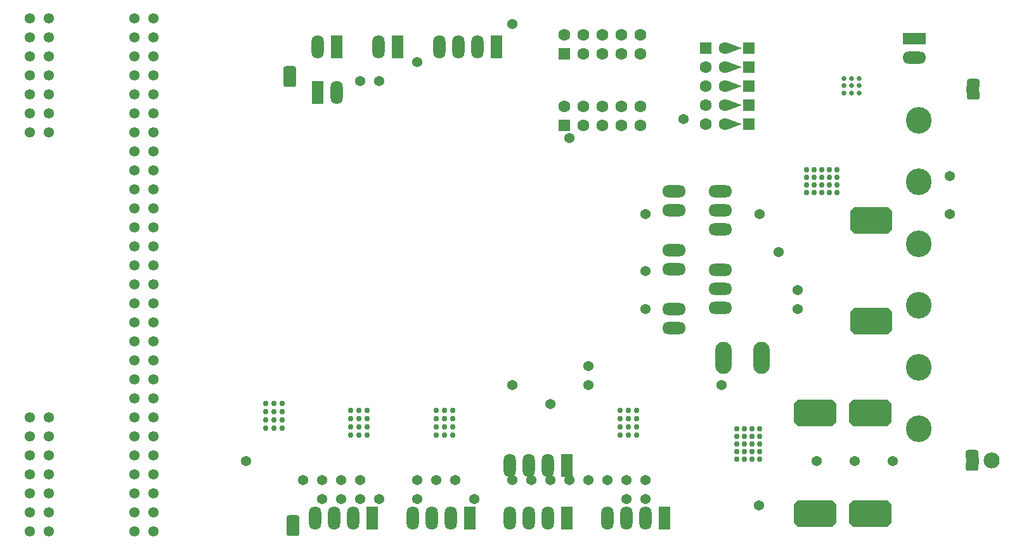
<source format=gbs>
G04 Layer_Color=16711935*
%FSLAX25Y25*%
%MOIN*%
G70*
G01*
G75*
%ADD101C,0.03000*%
%ADD106C,0.08400*%
%ADD182C,0.06305*%
G04:AMPARAMS|DCode=219|XSize=54mil|YSize=54mil|CornerRadius=27mil|HoleSize=0mil|Usage=FLASHONLY|Rotation=270.000|XOffset=0mil|YOffset=0mil|HoleType=Round|Shape=RoundedRectangle|*
%AMROUNDEDRECTD219*
21,1,0.05400,0.00000,0,0,270.0*
21,1,0.00000,0.05400,0,0,270.0*
1,1,0.05400,0.00000,0.00000*
1,1,0.05400,0.00000,0.00000*
1,1,0.05400,0.00000,0.00000*
1,1,0.05400,0.00000,0.00000*
%
%ADD219ROUNDEDRECTD219*%
%ADD224C,0.05439*%
%ADD225O,0.13400X0.14000*%
%ADD226R,0.06305X0.06305*%
%ADD227C,0.06305*%
%ADD228O,0.06400X0.12400*%
%ADD229R,0.06400X0.12400*%
%ADD230R,0.06305X0.06305*%
%ADD231O,0.12400X0.06400*%
%ADD232O,0.08650X0.16900*%
G04:AMPARAMS|DCode=233|XSize=137mil|YSize=87mil|CornerRadius=0mil|HoleSize=0mil|Usage=FLASHONLY|Rotation=270.000|XOffset=0mil|YOffset=0mil|HoleType=Round|Shape=Octagon|*
%AMOCTAGOND233*
4,1,8,-0.02175,-0.06850,0.02175,-0.06850,0.04350,-0.04675,0.04350,0.04675,0.02175,0.06850,-0.02175,0.06850,-0.04350,0.04675,-0.04350,-0.04675,-0.02175,-0.06850,0.0*
%
%ADD233OCTAGOND233*%

%ADD234R,0.12400X0.06400*%
%ADD235C,0.02600*%
%ADD236R,0.07045X0.03543*%
%ADD237R,0.06305X0.06305*%
G04:AMPARAMS|DCode=238|XSize=54mil|YSize=54mil|CornerRadius=27mil|HoleSize=0mil|Usage=FLASHONLY|Rotation=0.000|XOffset=0mil|YOffset=0mil|HoleType=Round|Shape=RoundedRectangle|*
%AMROUNDEDRECTD238*
21,1,0.05400,0.00000,0,0,0.0*
21,1,0.00000,0.05400,0,0,0.0*
1,1,0.05400,0.00000,0.00000*
1,1,0.05400,0.00000,0.00000*
1,1,0.05400,0.00000,0.00000*
1,1,0.05400,0.00000,0.00000*
%
%ADD238ROUNDEDRECTD238*%
G04:AMPARAMS|DCode=239|XSize=50mil|YSize=67mil|CornerRadius=13.5mil|HoleSize=0mil|Usage=FLASHONLY|Rotation=90.000|XOffset=0mil|YOffset=0mil|HoleType=Round|Shape=RoundedRectangle|*
%AMROUNDEDRECTD239*
21,1,0.05000,0.04000,0,0,90.0*
21,1,0.02300,0.06700,0,0,90.0*
1,1,0.02700,0.02000,0.01150*
1,1,0.02700,0.02000,-0.01150*
1,1,0.02700,-0.02000,-0.01150*
1,1,0.02700,-0.02000,0.01150*
%
%ADD239ROUNDEDRECTD239*%
G36*
X452578Y60200D02*
X443478D01*
Y74100D01*
X452578D01*
Y60200D01*
D02*
G37*
G36*
X482083Y108461D02*
X472983D01*
Y122361D01*
X482083D01*
Y108461D01*
D02*
G37*
G36*
X481583Y60161D02*
X472483D01*
Y74061D01*
X481583D01*
Y60161D01*
D02*
G37*
G36*
Y7161D02*
X472483D01*
Y21061D01*
X481583D01*
Y7161D01*
D02*
G37*
G36*
X452578Y7200D02*
X443478D01*
Y21100D01*
X452578D01*
Y7200D01*
D02*
G37*
G36*
X482083Y161461D02*
X472983D01*
Y175361D01*
X482083D01*
Y161461D01*
D02*
G37*
G36*
X409446Y249171D02*
X401546Y246171D01*
X402746Y247371D01*
Y250971D01*
X401546Y252171D01*
X409446Y249171D01*
D02*
G37*
G36*
Y259171D02*
X401546Y256171D01*
X402746Y257371D01*
Y260971D01*
X401546Y262171D01*
X409446Y259171D01*
D02*
G37*
G36*
Y239171D02*
X401546Y236171D01*
X402746Y237371D01*
Y240971D01*
X401546Y242171D01*
X409446Y239171D01*
D02*
G37*
G36*
Y219171D02*
X401546Y216171D01*
X402746Y217371D01*
Y220971D01*
X401546Y222171D01*
X409446Y219171D01*
D02*
G37*
G36*
Y229171D02*
X401546Y226171D01*
X402746Y227371D01*
Y230971D01*
X401546Y232171D01*
X409446Y229171D01*
D02*
G37*
G54D101*
X455491Y182877D02*
D03*
X459491D02*
D03*
Y186877D02*
D03*
X455491D02*
D03*
Y190877D02*
D03*
X459491D02*
D03*
Y194877D02*
D03*
X455491D02*
D03*
X447491D02*
D03*
X443491D02*
D03*
Y190877D02*
D03*
X447491D02*
D03*
Y186877D02*
D03*
X443491D02*
D03*
Y182877D02*
D03*
X447491D02*
D03*
X451491D02*
D03*
Y186877D02*
D03*
Y194877D02*
D03*
Y190877D02*
D03*
X410959Y50768D02*
D03*
X406959D02*
D03*
X414959D02*
D03*
X418959D02*
D03*
Y46768D02*
D03*
Y42768D02*
D03*
X414959D02*
D03*
Y46768D02*
D03*
X410959D02*
D03*
Y42768D02*
D03*
X406959D02*
D03*
Y46768D02*
D03*
Y54768D02*
D03*
Y58768D02*
D03*
X410959D02*
D03*
Y54768D02*
D03*
X414959D02*
D03*
Y58768D02*
D03*
X418959D02*
D03*
Y54768D02*
D03*
X159309Y72102D02*
D03*
X167971Y59109D02*
D03*
X163640D02*
D03*
X159309D02*
D03*
X167971Y63440D02*
D03*
X163640D02*
D03*
X159309D02*
D03*
X167971Y67771D02*
D03*
X163640D02*
D03*
X159309D02*
D03*
X167971Y72102D02*
D03*
X163640D02*
D03*
X208378Y68502D02*
D03*
X212709D02*
D03*
X204047Y64171D02*
D03*
X208378D02*
D03*
X212709D02*
D03*
X204047Y59840D02*
D03*
X208378D02*
D03*
X212709D02*
D03*
X204047Y55510D02*
D03*
X208378D02*
D03*
X212709D02*
D03*
X204047Y68502D02*
D03*
X249047D02*
D03*
X257709Y55510D02*
D03*
X253378D02*
D03*
X249047D02*
D03*
X257709Y59840D02*
D03*
X253378D02*
D03*
X249047D02*
D03*
X257709Y64171D02*
D03*
X253378D02*
D03*
X249047D02*
D03*
X257709Y68502D02*
D03*
X253378D02*
D03*
X349778D02*
D03*
X354109D02*
D03*
X345447Y64171D02*
D03*
X349778D02*
D03*
X354109D02*
D03*
X345447Y59840D02*
D03*
X349778D02*
D03*
X354109D02*
D03*
X345447Y55510D02*
D03*
X349778D02*
D03*
X354109D02*
D03*
X345447Y68502D02*
D03*
G54D106*
X540945Y42151D02*
D03*
G54D182*
X400547Y219171D02*
D03*
Y229171D02*
D03*
Y239171D02*
D03*
Y249171D02*
D03*
Y259171D02*
D03*
G54D219*
X188878Y21600D02*
D03*
X198878D02*
D03*
X208878D02*
D03*
X218878D02*
D03*
X238878D02*
D03*
X268878D02*
D03*
X348878D02*
D03*
X358878D02*
D03*
X438878Y121600D02*
D03*
X428878Y151600D02*
D03*
X418878Y171600D02*
D03*
X328878Y31600D02*
D03*
X348878D02*
D03*
X338878D02*
D03*
X358878D02*
D03*
X288878D02*
D03*
X308878D02*
D03*
X298878D02*
D03*
X318878D02*
D03*
X208878D02*
D03*
X248878D02*
D03*
X238878D02*
D03*
X258878D02*
D03*
X148878Y41600D02*
D03*
X418578Y18400D02*
D03*
X358878Y121600D02*
D03*
X378878Y221600D02*
D03*
X188878Y31600D02*
D03*
X178878D02*
D03*
X198878D02*
D03*
X288878Y81600D02*
D03*
X308878Y71600D02*
D03*
X328878Y81600D02*
D03*
X218878Y241600D02*
D03*
X328878Y91600D02*
D03*
G54D224*
X45138Y214828D02*
D03*
X35138D02*
D03*
X45138Y224828D02*
D03*
X35138D02*
D03*
X45138Y234828D02*
D03*
X35138D02*
D03*
X45138Y244828D02*
D03*
X35138D02*
D03*
X45138Y254828D02*
D03*
X35138D02*
D03*
X45138Y264828D02*
D03*
X35138D02*
D03*
X45138Y274828D02*
D03*
X35138D02*
D03*
X100276Y4828D02*
D03*
X90276D02*
D03*
X100276Y14828D02*
D03*
X90276D02*
D03*
X100276Y24828D02*
D03*
X90276D02*
D03*
X100276Y34828D02*
D03*
X90276D02*
D03*
X100276Y44828D02*
D03*
X90276D02*
D03*
X100276Y54828D02*
D03*
X90276D02*
D03*
X100276Y64828D02*
D03*
X90276D02*
D03*
X100295Y74828D02*
D03*
X90295D02*
D03*
X100295Y84828D02*
D03*
X90295D02*
D03*
X100295Y94828D02*
D03*
X90295D02*
D03*
X100295Y104828D02*
D03*
X90295D02*
D03*
X100295Y114828D02*
D03*
X90295D02*
D03*
X100295Y124828D02*
D03*
X90295D02*
D03*
X100295Y134828D02*
D03*
X90295D02*
D03*
X100295Y144828D02*
D03*
X90295D02*
D03*
X100295Y154828D02*
D03*
X90295D02*
D03*
X100295Y164828D02*
D03*
X90295D02*
D03*
X100295Y174828D02*
D03*
X90295D02*
D03*
X100295Y184828D02*
D03*
X90295D02*
D03*
X100295Y194828D02*
D03*
X90295D02*
D03*
X100295Y204828D02*
D03*
X90295D02*
D03*
X100295Y214828D02*
D03*
X90295D02*
D03*
X100295Y224828D02*
D03*
X90295D02*
D03*
X100295Y234828D02*
D03*
X90295D02*
D03*
X100295Y244828D02*
D03*
X90295D02*
D03*
X100295Y254828D02*
D03*
X90295D02*
D03*
X100295Y264828D02*
D03*
X90295D02*
D03*
X100295Y274828D02*
D03*
X90295D02*
D03*
X45138Y4828D02*
D03*
X35138D02*
D03*
X45138Y14828D02*
D03*
X35138D02*
D03*
X45138Y24828D02*
D03*
X35138D02*
D03*
X45138Y34828D02*
D03*
X35138D02*
D03*
X45138Y44828D02*
D03*
X35138D02*
D03*
X45138Y54828D02*
D03*
X35138D02*
D03*
X45138Y64828D02*
D03*
X35138D02*
D03*
G54D225*
X502578Y221050D02*
D03*
Y188550D02*
D03*
Y156050D02*
D03*
Y123550D02*
D03*
Y91050D02*
D03*
Y58550D02*
D03*
G54D226*
X390546Y259171D02*
D03*
G54D227*
Y249171D02*
D03*
Y239171D02*
D03*
Y229171D02*
D03*
Y219171D02*
D03*
X356278Y228500D02*
D03*
Y218500D02*
D03*
X346278Y228500D02*
D03*
Y218500D02*
D03*
X336278Y228500D02*
D03*
Y218500D02*
D03*
X326278Y228500D02*
D03*
Y218500D02*
D03*
X316278Y228500D02*
D03*
X356278Y266000D02*
D03*
Y256000D02*
D03*
X346278Y266000D02*
D03*
Y256000D02*
D03*
X336278Y266000D02*
D03*
Y256000D02*
D03*
X326278Y266000D02*
D03*
Y256000D02*
D03*
X316278Y266000D02*
D03*
G54D228*
X185303Y11825D02*
D03*
X195303D02*
D03*
X205303D02*
D03*
X256484D02*
D03*
X246484D02*
D03*
X236484D02*
D03*
X287665Y39384D02*
D03*
X297665D02*
D03*
X307665D02*
D03*
Y11825D02*
D03*
X297665D02*
D03*
X287665D02*
D03*
X338886Y11865D02*
D03*
X348886D02*
D03*
X358886D02*
D03*
X270498Y259868D02*
D03*
X260498D02*
D03*
X250498D02*
D03*
X218703Y259825D02*
D03*
X186603D02*
D03*
X196603Y235725D02*
D03*
G54D229*
X215303Y11825D02*
D03*
X266484D02*
D03*
X317665Y39384D02*
D03*
Y11825D02*
D03*
X368886Y11865D02*
D03*
X280498Y259868D02*
D03*
X228703Y259825D02*
D03*
X196603D02*
D03*
X186603Y235725D02*
D03*
G54D230*
X316278Y218500D02*
D03*
Y256000D02*
D03*
G54D231*
X398178Y142300D02*
D03*
Y132300D02*
D03*
Y122300D02*
D03*
X398278Y183700D02*
D03*
Y173700D02*
D03*
Y163700D02*
D03*
X373917Y173765D02*
D03*
Y183765D02*
D03*
Y111561D02*
D03*
Y121561D02*
D03*
X500378Y254200D02*
D03*
X373917Y142663D02*
D03*
Y152663D02*
D03*
G54D232*
X419978Y95900D02*
D03*
X399978D02*
D03*
G54D233*
X454773Y67139D02*
D03*
X441373D02*
D03*
Y14139D02*
D03*
X454773D02*
D03*
X470878Y168400D02*
D03*
X484278D02*
D03*
Y115400D02*
D03*
X470878D02*
D03*
X483778Y67100D02*
D03*
X470378D02*
D03*
Y14100D02*
D03*
X483778D02*
D03*
G54D234*
X500378Y264200D02*
D03*
G54D235*
X467346Y239258D02*
D03*
X463410D02*
D03*
Y243195D02*
D03*
X467346D02*
D03*
X471283D02*
D03*
Y239258D02*
D03*
Y235320D02*
D03*
X467346D02*
D03*
X463410D02*
D03*
G54D236*
X530781Y41827D02*
D03*
X531026Y237424D02*
D03*
X173626Y7924D02*
D03*
X171826Y244024D02*
D03*
G54D237*
X413346Y219171D02*
D03*
Y229171D02*
D03*
Y239171D02*
D03*
Y249171D02*
D03*
Y259171D02*
D03*
G54D238*
X488878Y41600D02*
D03*
X468878D02*
D03*
X448878D02*
D03*
X288878Y271600D02*
D03*
X238978Y251600D02*
D03*
X208878Y241600D02*
D03*
X318878Y211600D02*
D03*
X358878Y171600D02*
D03*
Y141600D02*
D03*
X438878Y131600D02*
D03*
X518878Y171600D02*
D03*
X398878Y81600D02*
D03*
X518878Y191600D02*
D03*
G54D239*
X530703Y38925D02*
D03*
Y44925D02*
D03*
X531103Y240325D02*
D03*
Y234325D02*
D03*
X173703Y10825D02*
D03*
Y4825D02*
D03*
X171903Y246925D02*
D03*
Y240925D02*
D03*
M02*

</source>
